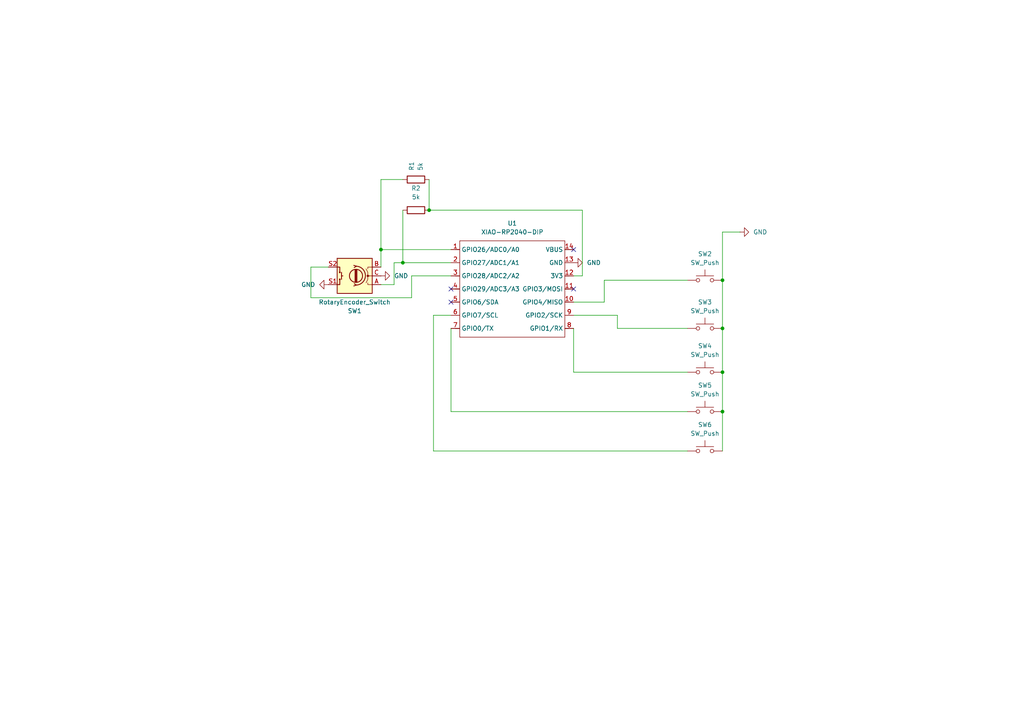
<source format=kicad_sch>
(kicad_sch (version 20231120) (generator "eeschema") (generator_version "8.0")
  (paper "A4")
  (lib_symbols
    (symbol "Device:R" (pin_numbers hide) (pin_names (offset 0))
      (property "Reference" "R" (at 2.032 0 90))
      (property "Value" "R" (at 0 0 90))
      (symbol "R_0_1"
        (rectangle (start -1.016 -2.54) (end 1.016 2.54) (stroke (width 0.254)))
      )
      (symbol "R_1_1"
        (pin passive line (at 0 3.81 270) (length 1.27) (name "~") (number "1"))
        (pin passive line (at 0 -3.81 90) (length 1.27) (name "~") (number "2"))
      )
    )
    (symbol "Device:RotaryEncoder_Switch" (pin_names (offset 0.254) hide)
      (property "Reference" "SW" (at 0 6.604 0))
      (property "Value" "RotaryEncoder_Switch" (at 0 -6.604 0))
      (symbol "RotaryEncoder_Switch_0_1"
        (rectangle (start -5.08 5.08) (end 5.08 -5.08) (stroke (width 0.254)) (fill (type background)))
        (circle (center -3.81 0) (radius 0.254) (fill (type outline)))
        (circle (center -0.381 0) (radius 1.905) (stroke (width 0.254)))
        (arc (start -0.381 2.667) (mid -3.0988 -0.0635) (end -0.381 -2.794) (stroke (width 0.254)))
        (polyline (pts (xy -0.635 -1.778) (xy -0.635 1.778)) (stroke (width 0.254)))
        (polyline (pts (xy -0.381 -1.778) (xy -0.381 1.778)) (stroke (width 0.254)))
        (polyline (pts (xy -0.127 1.778) (xy -0.127 -1.778)) (stroke (width 0.254)))
        (polyline (pts (xy 3.81 0) (xy 3.429 0)) (stroke (width 0.254)))
        (polyline (pts (xy 3.81 1.016) (xy 3.81 -1.016)) (stroke (width 0.254)))
        (polyline (pts (xy -5.08 -2.54) (xy -3.81 -2.54) (xy -3.81 -2.032)))
        (polyline (pts (xy -5.08 2.54) (xy -3.81 2.54) (xy -3.81 2.032)))
        (polyline (pts (xy 0.254 -3.048) (xy -0.508 -2.794) (xy 0.127 -2.413)) (stroke (width 0.254)))
        (polyline (pts (xy 0.254 2.921) (xy -0.508 2.667) (xy 0.127 2.286)) (stroke (width 0.254)))
        (polyline (pts (xy 5.08 -2.54) (xy 4.318 -2.54) (xy 4.318 -1.016)) (stroke (width 0.254)))
        (polyline (pts (xy 5.08 2.54) (xy 4.318 2.54) (xy 4.318 1.016)) (stroke (width 0.254)))
        (polyline (pts (xy -5.08 0) (xy -3.81 0) (xy -3.81 -1.016) (xy -3.302 -2.032)))
        (polyline (pts (xy -4.318 0) (xy -3.81 0) (xy -3.81 1.016) (xy -3.302 2.032)))
        (circle (center 4.318 -1.016) (radius 0.127) (stroke (width 0.254)))
        (circle (center 4.318 1.016) (radius 0.127) (stroke (width 0.254)))
      )
      (symbol "RotaryEncoder_Switch_1_1"
        (pin passive line (at -7.62 2.54 0) (length 2.54) (name "A") (number "A"))
        (pin passive line (at -7.62 -2.54 0) (length 2.54) (name "B") (number "B"))
        (pin passive line (at -7.62 0 0) (length 2.54) (name "C") (number "C"))
        (pin passive line (at 7.62 2.54 180) (length 2.54) (name "S1") (number "S1"))
        (pin passive line (at 7.62 -2.54 180) (length 2.54) (name "S2") (number "S2"))
      )
    )
    (symbol "Seeed_Studio_XIAO_Series:XIAO-RP2040-DIP"
      (property "Reference" "U" (at 0 0 0))
      (property "Value" "XIAO-RP2040-DIP" (at 5.334 -1.778 0))
      (symbol "XIAO-RP2040-DIP_1_0"
        (polyline (pts (xy -1.27 -30.48) (xy -1.27 -16.51)) (stroke (width 0.1524)))
        (polyline (pts (xy -1.27 -27.94) (xy -2.54 -27.94)) (stroke (width 0.1524)))
        (polyline (pts (xy -1.27 -24.13) (xy -2.54 -24.13)) (stroke (width 0.1524)))
        (polyline (pts (xy -1.27 -20.32) (xy -2.54 -20.32)) (stroke (width 0.1524)))
        (polyline (pts (xy -1.27 -16.51) (xy -2.54 -16.51)) (stroke (width 0.1524)))
        (polyline (pts (xy -1.27 -16.51) (xy -1.27 -12.7)) (stroke (width 0.1524)))
        (polyline (pts (xy -1.27 -12.7) (xy -2.54 -12.7)) (stroke (width 0.1524)))
        (polyline (pts (xy -1.27 -12.7) (xy -1.27 -8.89)) (stroke (width 0.1524)))
        (polyline (pts (xy -1.27 -8.89) (xy -2.54 -8.89)) (stroke (width 0.1524)))
        (polyline (pts (xy -1.27 -8.89) (xy -1.27 -5.08)) (stroke (width 0.1524)))
        (polyline (pts (xy -1.27 -5.08) (xy -2.54 -5.08)) (stroke (width 0.1524)))
        (polyline (pts (xy -1.27 -5.08) (xy -1.27 -2.54)) (stroke (width 0.1524)))
        (polyline (pts (xy -1.27 -2.54) (xy 29.21 -2.54)) (stroke (width 0.1524)))
        (polyline (pts (xy 29.21 -30.48) (xy -1.27 -30.48)) (stroke (width 0.1524)))
        (polyline (pts (xy 29.21 -12.7) (xy 29.21 -30.48)) (stroke (width 0.1524)))
        (polyline (pts (xy 29.21 -8.89) (xy 29.21 -12.7)) (stroke (width 0.1524)))
        (polyline (pts (xy 29.21 -5.08) (xy 29.21 -8.89)) (stroke (width 0.1524)))
        (polyline (pts (xy 29.21 -2.54) (xy 29.21 -5.08)) (stroke (width 0.1524)))
        (polyline (pts (xy 30.48 -27.94) (xy 29.21 -27.94)) (stroke (width 0.1524)))
        (polyline (pts (xy 30.48 -24.13) (xy 29.21 -24.13)) (stroke (width 0.1524)))
        (polyline (pts (xy 30.48 -20.32) (xy 29.21 -20.32)) (stroke (width 0.1524)))
        (polyline (pts (xy 30.48 -16.51) (xy 29.21 -16.51)) (stroke (width 0.1524)))
        (polyline (pts (xy 30.48 -12.7) (xy 29.21 -12.7)) (stroke (width 0.1524)))
        (polyline (pts (xy 30.48 -8.89) (xy 29.21 -8.89)) (stroke (width 0.1524)))
        (polyline (pts (xy 30.48 -5.08) (xy 29.21 -5.08)) (stroke (width 0.1524)))
        (pin passive line (at -3.81 -5.08 0) (length 2.54) (name "GPIO26/ADC0/A0") (number "1"))
        (pin passive line (at 31.75 -20.32 180) (length 2.54) (name "GPIO4/MISO") (number "10"))
        (pin passive line (at 31.75 -16.51 180) (length 2.54) (name "GPIO3/MOSI") (number "11"))
        (pin passive line (at 31.75 -12.7 180) (length 2.54) (name "3V3") (number "12"))
        (pin passive line (at 31.75 -8.89 180) (length 2.54) (name "GND") (number "13"))
        (pin passive line (at 31.75 -5.08 180) (length 2.54) (name "VBUS") (number "14"))
        (pin passive line (at -3.81 -8.89 0) (length 2.54) (name "GPIO27/ADC1/A1") (number "2"))
        (pin passive line (at -3.81 -12.7 0) (length 2.54) (name "GPIO28/ADC2/A2") (number "3"))
        (pin passive line (at -3.81 -16.51 0) (length 2.54) (name "GPIO29/ADC3/A3") (number "4"))
        (pin passive line (at -3.81 -20.32 0) (length 2.54) (name "GPIO6/SDA") (number "5"))
        (pin passive line (at -3.81 -24.13 0) (length 2.54) (name "GPIO7/SCL") (number "6"))
        (pin passive line (at -3.81 -27.94 0) (length 2.54) (name "GPIO0/TX") (number "7"))
        (pin passive line (at 31.75 -27.94 180) (length 2.54) (name "GPIO1/RX") (number "8"))
        (pin passive line (at 31.75 -24.13 180) (length 2.54) (name "GPIO2/SCK") (number "9"))
      )
    )
    (symbol "Switch:SW_Push" (pin_numbers hide) (pin_names (offset 1.016) hide)
      (property "Reference" "SW" (at 1.27 2.54 0))
      (property "Value" "SW_Push" (at 0 -1.524 0))
      (symbol "SW_Push_0_1"
        (circle (center -2.032 0) (radius 0.508))
        (polyline (pts (xy 0 1.27) (xy 0 3.048)))
        (polyline (pts (xy 2.54 1.27) (xy -2.54 1.27)))
        (circle (center 2.032 0) (radius 0.508))
        (pin passive line (at -5.08 0 0) (length 2.54) (name "1") (number "1"))
        (pin passive line (at 5.08 0 180) (length 2.54) (name "2") (number "2"))
      )
    )
    (symbol "power:GND" (power) (pin_numbers hide) (pin_names (offset 0) hide)
      (property "Value" "GND" (at 0 -3.81 0))
      (symbol "GND_0_1"
        (polyline (pts (xy 0 0) (xy 0 -1.27) (xy 1.27 -1.27) (xy 0 -2.54) (xy -1.27 -1.27) (xy 0 -1.27)))
      )
      (symbol "GND_1_1"
        (pin power_in line (at 0 0 270) (length 0) (name "~") (number "1"))
      )
    )
  )
  (junction (at 209.55 95.25))
  (junction (at 209.55 81.28))
  (junction (at 209.55 119.38))
  (junction (at 209.55 107.95))
  (junction (at 124.46 60.96))
  (junction (at 110.49 72.39))
  (junction (at 116.84 76.2))
  (no_connect (at 130.81 87.63))
  (no_connect (at 166.37 72.39))
  (no_connect (at 166.37 83.82))
  (no_connect (at 130.81 83.82))
  (wire (pts (xy 179.07 95.25) (xy 179.07 91.44)))
  (wire (pts (xy 116.84 76.2) (xy 114.3 76.2)))
  (wire (pts (xy 209.55 67.31) (xy 214.63 67.31)))
  (wire (pts (xy 175.26 81.28) (xy 175.26 87.63)))
  (wire (pts (xy 175.26 87.63) (xy 166.37 87.63)))
  (wire (pts (xy 95.25 77.47) (xy 90.17 77.47)))
  (wire (pts (xy 199.39 130.81) (xy 125.73 130.81)))
  (wire (pts (xy 119.38 80.01) (xy 130.81 80.01)))
  (wire (pts (xy 110.49 72.39) (xy 130.81 72.39)))
  (wire (pts (xy 119.38 86.36) (xy 119.38 80.01)))
  (wire (pts (xy 209.55 95.25) (xy 209.55 107.95)))
  (wire (pts (xy 114.3 76.2) (xy 114.3 82.55)))
  (wire (pts (xy 209.55 119.38) (xy 209.55 130.81)))
  (wire (pts (xy 166.37 107.95) (xy 166.37 95.25)))
  (wire (pts (xy 114.3 82.55) (xy 110.49 82.55)))
  (wire (pts (xy 199.39 119.38) (xy 130.81 119.38)))
  (wire (pts (xy 199.39 107.95) (xy 166.37 107.95)))
  (wire (pts (xy 125.73 130.81) (xy 125.73 91.44)))
  (wire (pts (xy 110.49 52.07) (xy 116.84 52.07)))
  (wire (pts (xy 199.39 81.28) (xy 175.26 81.28)))
  (wire (pts (xy 116.84 60.96) (xy 116.84 76.2)))
  (wire (pts (xy 124.46 60.96) (xy 168.91 60.96)))
  (wire (pts (xy 199.39 95.25) (xy 179.07 95.25)))
  (wire (pts (xy 130.81 76.2) (xy 116.84 76.2)))
  (wire (pts (xy 209.55 107.95) (xy 209.55 119.38)))
  (wire (pts (xy 124.46 52.07) (xy 124.46 60.96)))
  (wire (pts (xy 179.07 91.44) (xy 166.37 91.44)))
  (wire (pts (xy 209.55 81.28) (xy 209.55 95.25)))
  (wire (pts (xy 130.81 119.38) (xy 130.81 95.25)))
  (wire (pts (xy 110.49 72.39) (xy 110.49 52.07)))
  (wire (pts (xy 90.17 86.36) (xy 119.38 86.36)))
  (wire (pts (xy 125.73 91.44) (xy 130.81 91.44)))
  (wire (pts (xy 168.91 80.01) (xy 166.37 80.01)))
  (wire (pts (xy 168.91 60.96) (xy 168.91 80.01)))
  (wire (pts (xy 209.55 67.31) (xy 209.55 81.28)))
  (wire (pts (xy 110.49 77.47) (xy 110.49 72.39)))
  (wire (pts (xy 90.17 77.47) (xy 90.17 86.36)))
  (symbol (lib_id "power:GND") (at 214.63 67.31 90) (unit 1)
    (property "Reference" "#PWR04" (effects (hide yes)))
    (property "Value" "GND" (at 218.44 67.3099 90) (effects (justify right)))
    (property "Description" "Power symbol creates a global label with name \"GND\" , ground" (effects (hide yes)))
  )
  (symbol (lib_id "Switch:SW_Push") (at 204.47 81.28 0) (unit 1)
    (property "Reference" "SW2" (at 204.47 73.66 0))
    (property "Value" "SW_Push" (at 204.47 76.2 0))
    (property "Footprint" "Button_Switch_Keyboard:SW_Cherry_MX_1.00u_PCB" (effects (hide yes)))
    (property "Description" "Push button switch, generic, two pins" (effects (hide yes)))
  )
  (symbol (lib_id "power:GND") (at 110.49 80.01 90) (unit 1)
    (property "Reference" "#PWR02" (effects (hide yes)))
    (property "Value" "GND" (at 114.3 80.0099 90) (effects (justify right)))
    (property "Description" "Power symbol creates a global label with name \"GND\" , ground" (effects (hide yes)))
  )
  (symbol (lib_id "Switch:SW_Push") (at 204.47 119.38 0) (unit 1)
    (property "Reference" "SW5" (at 204.47 111.76 0))
    (property "Value" "SW_Push" (at 204.47 114.3 0))
    (property "Footprint" "Button_Switch_Keyboard:SW_Cherry_MX_1.00u_PCB" (effects (hide yes)))
    (property "Description" "Push button switch, generic, two pins" (effects (hide yes)))
  )
  (symbol (lib_id "power:GND") (at 95.25 82.55 270) (unit 1)
    (property "Reference" "#PWR01" (effects (hide yes)))
    (property "Value" "GND" (at 91.44 82.5499 90) (effects (justify right)))
    (property "Description" "Power symbol creates a global label with name \"GND\" , ground" (effects (hide yes)))
  )
  (symbol (lib_id "Device:RotaryEncoder_Switch") (at 102.87 80.01 180) (unit 1)
    (property "Reference" "SW1" (at 102.87 90.17 0))
    (property "Value" "RotaryEncoder_Switch" (at 102.87 87.63 0))
    (property "Footprint" "Rotary_Encoder:RotaryEncoder_Alps_EC11E-Switch_Vertical_H20mm" (effects (hide yes)))
    (property "Description" "Rotary encoder, dual channel, incremental quadrate outputs, with switch" (effects (hide yes)))
  )
  (symbol (lib_id "Switch:SW_Push") (at 204.47 130.81 0) (unit 1)
    (property "Reference" "SW6" (at 204.47 123.19 0))
    (property "Value" "SW_Push" (at 204.47 125.73 0))
    (property "Footprint" "Button_Switch_Keyboard:SW_Cherry_MX_2.75u_PCB" (effects (hide yes)))
    (property "Description" "Push button switch, generic, two pins" (effects (hide yes)))
  )
  (symbol (lib_id "Device:R") (at 120.65 60.96 90) (unit 1)
    (property "Reference" "R2" (at 120.65 54.61 90))
    (property "Value" "5k" (at 120.65 57.15 90))
    (property "Footprint" "Resistor_THT:R_Axial_DIN0207_L6.3mm_D2.5mm_P7.62mm_Horizontal" (effects (hide yes)))
    (property "Description" "Resistor" (effects (hide yes)))
  )
  (symbol (lib_id "Switch:SW_Push") (at 204.47 95.25 0) (unit 1)
    (property "Reference" "SW3" (at 204.47 87.63 0))
    (property "Value" "SW_Push" (at 204.47 90.17 0))
    (property "Footprint" "Button_Switch_Keyboard:SW_Cherry_MX_1.00u_PCB" (effects (hide yes)))
    (property "Description" "Push button switch, generic, two pins" (effects (hide yes)))
  )
  (symbol (lib_id "Switch:SW_Push") (at 204.47 107.95 0) (unit 1)
    (property "Reference" "SW4" (at 204.47 100.33 0))
    (property "Value" "SW_Push" (at 204.47 102.87 0))
    (property "Footprint" "Button_Switch_Keyboard:SW_Cherry_MX_1.00u_PCB" (effects (hide yes)))
    (property "Description" "Push button switch, generic, two pins" (effects (hide yes)))
  )
  (symbol (lib_id "Seeed_Studio_XIAO_Series:XIAO-RP2040-DIP") (at 134.62 67.31 0) (unit 1)
    (property "Reference" "U1" (at 148.59 64.77 0))
    (property "Value" "XIAO-RP2040-DIP" (at 148.59 67.31 0))
    (property "Footprint" "Seeed Studio XIAO Series Library:XIAO-RP2040-DIP" (effects (hide yes)))
  )
  (symbol (lib_id "Device:R") (at 120.65 52.07 90) (unit 1)
    (property "Reference" "R1" (at 119.3799 49.53 0) (effects (justify left)))
    (property "Value" "5k" (at 121.9199 49.53 0) (effects (justify left)))
    (property "Footprint" "Resistor_THT:R_Axial_DIN0207_L6.3mm_D2.5mm_P7.62mm_Horizontal" (effects (hide yes)))
    (property "Description" "Resistor" (effects (hide yes)))
  )
  (symbol (lib_id "power:GND") (at 166.37 76.2 90) (unit 1)
    (property "Reference" "#PWR03" (effects (hide yes)))
    (property "Value" "GND" (at 170.18 76.1999 90) (effects (justify right)))
    (property "Description" "Power symbol creates a global label with name \"GND\" , ground" (effects (hide yes)))
  )
)
</source>
